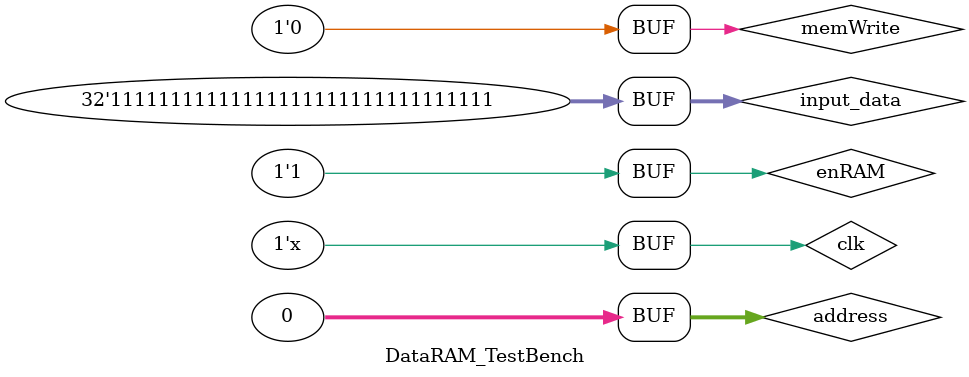
<source format=v>
`timescale 1ns / 1ps


module DataRAM_TestBench;

	// Inputs
	reg clk;
	reg enRAM;
	reg memWrite;
	reg [31:0] input_data;
	reg [31:0] address;

	// Outputs
	wire [31:0] memData;

	// Instantiate the Unit Under Test (UUT)
	DataRAM uut (
		.clk(clk), 
		.enRAM(enRAM), 
		.memWrite(memWrite), 
		.input_data(input_data), 
		.address(address), 
		.memData(memData)
	);

	initial begin
		// Initialize Inputs
		clk = 0;
		enRAM = 0;
		memWrite = 0;
		input_data = 0;
		address = 0;

		// Wait 10 ns for global reset to finish
		#10;
        
		// Add stimulus here
		// enable RAM
		enRAM = 1;
		#10;
		// write something to consecutive addresses, starting at address 0
		memWrite = 1;
		input_data = 32'h0000;
		#10;
		input_data = 32'h0001;
		address = 32'h0001;
		#10;
		input_data = 32'h0002;
		address = 32'h0002;
		#10;
		input_data = 32'h0003;
		address = 32'h0003;
		#10;
		input_data = 32'h0004;
		address = 32'h0004;
		#10;
		input_data = 32'h0005;
		address = 32'h0005;
		#10;
		// Try a higher address
		input_data = 32'hffffffff;
		address = 32'h00ff;
		#10;
		// read from consecutive addresses, starting at highest address, then working back down 
		memWrite = 0;
		address = 32'h00ff;
		#10;
		address = 32'h0005;
		#10;
		address = 32'h0004;
		#10;
		address = 32'h0003;
		#10;
		address = 32'h0002;
		#10;
		address = 32'h0001;
		#10;
		address = 32'h0000;
		#10;
	end
   
	always #1 clk = ~clk;
endmodule


</source>
